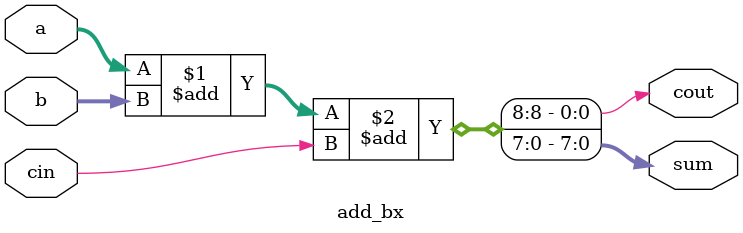
<source format=v>
module add_bx(cout,sum,a,b,cin);
output[7:0] sum;
output cout;
input[7:0] a,b;
input cin;
assign {cout,sum}=a+b+cin;
endmodule

</source>
